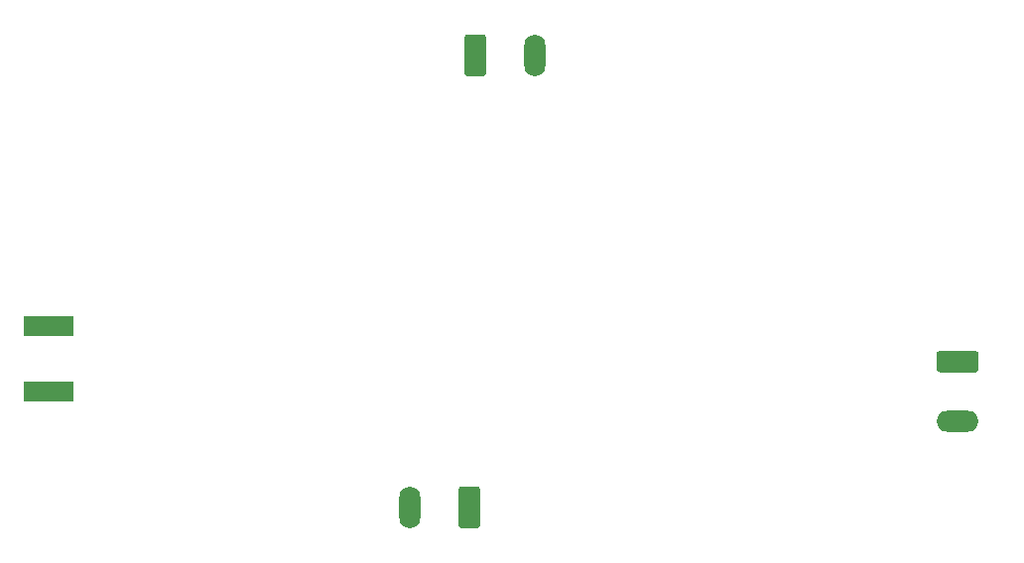
<source format=gbr>
%TF.GenerationSoftware,KiCad,Pcbnew,(5.1.9)-1*%
%TF.CreationDate,2021-03-09T18:30:12-05:00*%
%TF.ProjectId,NJR_New_Demod,4e4a525f-4e65-4775-9f44-656d6f642e6b,rev?*%
%TF.SameCoordinates,Original*%
%TF.FileFunction,Soldermask,Bot*%
%TF.FilePolarity,Negative*%
%FSLAX46Y46*%
G04 Gerber Fmt 4.6, Leading zero omitted, Abs format (unit mm)*
G04 Created by KiCad (PCBNEW (5.1.9)-1) date 2021-03-09 18:30:12*
%MOMM*%
%LPD*%
G01*
G04 APERTURE LIST*
%ADD10R,4.200000X1.750000*%
%ADD11O,1.800000X3.600000*%
%ADD12O,3.600000X1.800000*%
G04 APERTURE END LIST*
D10*
%TO.C,J1*%
X79194000Y-92995000D03*
X79194000Y-87345000D03*
%TD*%
D11*
%TO.C,J_RSSI1*%
X109982000Y-102870000D03*
G36*
G01*
X115962000Y-101320000D02*
X115962000Y-104420000D01*
G75*
G02*
X115712000Y-104670000I-250000J0D01*
G01*
X114412000Y-104670000D01*
G75*
G02*
X114162000Y-104420000I0J250000D01*
G01*
X114162000Y-101320000D01*
G75*
G02*
X114412000Y-101070000I250000J0D01*
G01*
X115712000Y-101070000D01*
G75*
G02*
X115962000Y-101320000I0J-250000D01*
G01*
G37*
%TD*%
%TO.C,J_Power1*%
X120650000Y-64262000D03*
G36*
G01*
X114670000Y-65812000D02*
X114670000Y-62712000D01*
G75*
G02*
X114920000Y-62462000I250000J0D01*
G01*
X116220000Y-62462000D01*
G75*
G02*
X116470000Y-62712000I0J-250000D01*
G01*
X116470000Y-65812000D01*
G75*
G02*
X116220000Y-66062000I-250000J0D01*
G01*
X114920000Y-66062000D01*
G75*
G02*
X114670000Y-65812000I0J250000D01*
G01*
G37*
%TD*%
D12*
%TO.C,J_Audio1*%
X156718000Y-95504000D03*
G36*
G01*
X155168000Y-89524000D02*
X158268000Y-89524000D01*
G75*
G02*
X158518000Y-89774000I0J-250000D01*
G01*
X158518000Y-91074000D01*
G75*
G02*
X158268000Y-91324000I-250000J0D01*
G01*
X155168000Y-91324000D01*
G75*
G02*
X154918000Y-91074000I0J250000D01*
G01*
X154918000Y-89774000D01*
G75*
G02*
X155168000Y-89524000I250000J0D01*
G01*
G37*
%TD*%
M02*

</source>
